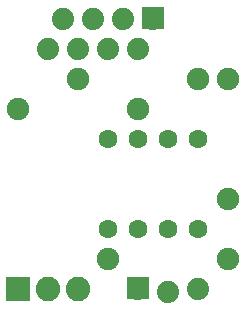
<source format=gtl>
G04 MADE WITH FRITZING*
G04 WWW.FRITZING.ORG*
G04 DOUBLE SIDED*
G04 HOLES PLATED*
G04 CONTOUR ON CENTER OF CONTOUR VECTOR*
%ASAXBY*%
%FSLAX23Y23*%
%MOIN*%
%OFA0B0*%
%SFA1.0B1.0*%
%ADD10C,0.074000*%
%ADD11C,0.063000*%
%ADD12C,0.082000*%
%ADD13C,0.075000*%
%ADD14R,0.082000X0.082000*%
%ADD15R,0.001000X0.001000*%
%LNCOPPER1*%
G90*
G70*
G54D10*
X233Y944D03*
X283Y1044D03*
X333Y944D03*
X433Y944D03*
X533Y944D03*
X383Y1044D03*
X483Y1044D03*
X583Y1044D03*
X233Y944D03*
X283Y1044D03*
X333Y944D03*
X433Y944D03*
X533Y944D03*
X383Y1044D03*
X483Y1044D03*
X583Y1044D03*
G54D11*
X433Y344D03*
X533Y344D03*
X633Y344D03*
X733Y344D03*
X733Y644D03*
X633Y644D03*
X533Y644D03*
X433Y644D03*
X433Y344D03*
X533Y344D03*
X633Y344D03*
X733Y344D03*
X733Y644D03*
X633Y644D03*
X533Y644D03*
X433Y644D03*
G54D12*
X133Y144D03*
X233Y144D03*
X333Y144D03*
G54D10*
X533Y144D03*
X633Y134D03*
X733Y144D03*
X533Y144D03*
X633Y134D03*
X733Y144D03*
G54D13*
X133Y744D03*
X533Y744D03*
X333Y844D03*
X733Y844D03*
X833Y844D03*
X833Y444D03*
X433Y244D03*
X833Y244D03*
G54D14*
X133Y144D03*
G54D15*
X545Y1081D02*
X618Y1081D01*
X545Y1080D02*
X618Y1080D01*
X545Y1079D02*
X618Y1079D01*
X545Y1078D02*
X618Y1078D01*
X545Y1077D02*
X618Y1077D01*
X545Y1076D02*
X618Y1076D01*
X545Y1075D02*
X618Y1075D01*
X545Y1074D02*
X618Y1074D01*
X545Y1073D02*
X618Y1073D01*
X545Y1072D02*
X618Y1072D01*
X545Y1071D02*
X618Y1071D01*
X545Y1070D02*
X618Y1070D01*
X545Y1069D02*
X618Y1069D01*
X545Y1068D02*
X618Y1068D01*
X545Y1067D02*
X618Y1067D01*
X545Y1066D02*
X618Y1066D01*
X545Y1065D02*
X618Y1065D01*
X545Y1064D02*
X579Y1064D01*
X584Y1064D02*
X618Y1064D01*
X545Y1063D02*
X575Y1063D01*
X589Y1063D02*
X618Y1063D01*
X545Y1062D02*
X572Y1062D01*
X591Y1062D02*
X618Y1062D01*
X545Y1061D02*
X571Y1061D01*
X593Y1061D02*
X618Y1061D01*
X545Y1060D02*
X569Y1060D01*
X594Y1060D02*
X618Y1060D01*
X545Y1059D02*
X568Y1059D01*
X595Y1059D02*
X618Y1059D01*
X545Y1058D02*
X567Y1058D01*
X596Y1058D02*
X618Y1058D01*
X545Y1057D02*
X566Y1057D01*
X597Y1057D02*
X618Y1057D01*
X545Y1056D02*
X565Y1056D01*
X598Y1056D02*
X618Y1056D01*
X545Y1055D02*
X565Y1055D01*
X599Y1055D02*
X618Y1055D01*
X545Y1054D02*
X564Y1054D01*
X599Y1054D02*
X618Y1054D01*
X545Y1053D02*
X564Y1053D01*
X600Y1053D02*
X618Y1053D01*
X545Y1052D02*
X563Y1052D01*
X600Y1052D02*
X618Y1052D01*
X545Y1051D02*
X563Y1051D01*
X601Y1051D02*
X618Y1051D01*
X545Y1050D02*
X562Y1050D01*
X601Y1050D02*
X618Y1050D01*
X545Y1049D02*
X562Y1049D01*
X601Y1049D02*
X618Y1049D01*
X545Y1048D02*
X562Y1048D01*
X602Y1048D02*
X618Y1048D01*
X545Y1047D02*
X562Y1047D01*
X602Y1047D02*
X618Y1047D01*
X545Y1046D02*
X562Y1046D01*
X602Y1046D02*
X618Y1046D01*
X545Y1045D02*
X562Y1045D01*
X602Y1045D02*
X618Y1045D01*
X545Y1044D02*
X562Y1044D01*
X602Y1044D02*
X618Y1044D01*
X545Y1043D02*
X562Y1043D01*
X602Y1043D02*
X618Y1043D01*
X545Y1042D02*
X562Y1042D01*
X602Y1042D02*
X618Y1042D01*
X545Y1041D02*
X562Y1041D01*
X602Y1041D02*
X618Y1041D01*
X545Y1040D02*
X562Y1040D01*
X601Y1040D02*
X618Y1040D01*
X545Y1039D02*
X562Y1039D01*
X601Y1039D02*
X618Y1039D01*
X545Y1038D02*
X563Y1038D01*
X601Y1038D02*
X618Y1038D01*
X545Y1037D02*
X563Y1037D01*
X600Y1037D02*
X618Y1037D01*
X545Y1036D02*
X564Y1036D01*
X600Y1036D02*
X618Y1036D01*
X545Y1035D02*
X564Y1035D01*
X599Y1035D02*
X618Y1035D01*
X545Y1034D02*
X565Y1034D01*
X599Y1034D02*
X618Y1034D01*
X545Y1033D02*
X565Y1033D01*
X598Y1033D02*
X618Y1033D01*
X545Y1032D02*
X566Y1032D01*
X597Y1032D02*
X618Y1032D01*
X545Y1031D02*
X567Y1031D01*
X596Y1031D02*
X618Y1031D01*
X545Y1030D02*
X568Y1030D01*
X595Y1030D02*
X618Y1030D01*
X545Y1029D02*
X569Y1029D01*
X594Y1029D02*
X618Y1029D01*
X545Y1028D02*
X571Y1028D01*
X593Y1028D02*
X618Y1028D01*
X545Y1027D02*
X572Y1027D01*
X591Y1027D02*
X618Y1027D01*
X545Y1026D02*
X575Y1026D01*
X589Y1026D02*
X618Y1026D01*
X545Y1025D02*
X580Y1025D01*
X584Y1025D02*
X618Y1025D01*
X545Y1024D02*
X618Y1024D01*
X545Y1023D02*
X618Y1023D01*
X545Y1022D02*
X618Y1022D01*
X545Y1021D02*
X618Y1021D01*
X545Y1020D02*
X618Y1020D01*
X545Y1019D02*
X618Y1019D01*
X545Y1018D02*
X618Y1018D01*
X545Y1017D02*
X618Y1017D01*
X545Y1016D02*
X618Y1016D01*
X545Y1015D02*
X618Y1015D01*
X545Y1014D02*
X618Y1014D01*
X545Y1013D02*
X618Y1013D01*
X545Y1012D02*
X618Y1012D01*
X545Y1011D02*
X618Y1011D01*
X545Y1010D02*
X618Y1010D01*
X545Y1009D02*
X618Y1009D01*
X545Y1008D02*
X618Y1008D01*
X496Y182D02*
X568Y182D01*
X495Y181D02*
X568Y181D01*
X495Y180D02*
X568Y180D01*
X495Y179D02*
X568Y179D01*
X495Y178D02*
X568Y178D01*
X495Y177D02*
X568Y177D01*
X495Y176D02*
X568Y176D01*
X495Y175D02*
X568Y175D01*
X495Y174D02*
X568Y174D01*
X495Y173D02*
X568Y173D01*
X495Y172D02*
X568Y172D01*
X495Y171D02*
X568Y171D01*
X495Y170D02*
X568Y170D01*
X495Y169D02*
X568Y169D01*
X495Y168D02*
X568Y168D01*
X495Y167D02*
X568Y167D01*
X495Y166D02*
X568Y166D01*
X495Y165D02*
X531Y165D01*
X533Y165D02*
X568Y165D01*
X495Y164D02*
X525Y164D01*
X538Y164D02*
X568Y164D01*
X495Y163D02*
X523Y163D01*
X541Y163D02*
X568Y163D01*
X495Y162D02*
X521Y162D01*
X543Y162D02*
X568Y162D01*
X495Y161D02*
X519Y161D01*
X544Y161D02*
X568Y161D01*
X495Y160D02*
X518Y160D01*
X545Y160D02*
X568Y160D01*
X495Y159D02*
X517Y159D01*
X547Y159D02*
X568Y159D01*
X495Y158D02*
X516Y158D01*
X547Y158D02*
X568Y158D01*
X495Y157D02*
X515Y157D01*
X548Y157D02*
X568Y157D01*
X495Y156D02*
X515Y156D01*
X549Y156D02*
X568Y156D01*
X495Y155D02*
X514Y155D01*
X549Y155D02*
X568Y155D01*
X495Y154D02*
X513Y154D01*
X550Y154D02*
X568Y154D01*
X495Y153D02*
X513Y153D01*
X551Y153D02*
X568Y153D01*
X495Y152D02*
X513Y152D01*
X551Y152D02*
X568Y152D01*
X495Y151D02*
X512Y151D01*
X551Y151D02*
X568Y151D01*
X495Y150D02*
X512Y150D01*
X552Y150D02*
X568Y150D01*
X495Y149D02*
X512Y149D01*
X552Y149D02*
X568Y149D01*
X495Y148D02*
X512Y148D01*
X552Y148D02*
X568Y148D01*
X495Y147D02*
X511Y147D01*
X552Y147D02*
X568Y147D01*
X495Y146D02*
X511Y146D01*
X552Y146D02*
X568Y146D01*
X495Y145D02*
X511Y145D01*
X552Y145D02*
X568Y145D01*
X495Y144D02*
X511Y144D01*
X552Y144D02*
X568Y144D01*
X495Y143D02*
X511Y143D01*
X552Y143D02*
X568Y143D01*
X495Y142D02*
X512Y142D01*
X552Y142D02*
X568Y142D01*
X495Y141D02*
X512Y141D01*
X552Y141D02*
X568Y141D01*
X495Y140D02*
X512Y140D01*
X551Y140D02*
X568Y140D01*
X495Y139D02*
X512Y139D01*
X551Y139D02*
X568Y139D01*
X495Y138D02*
X513Y138D01*
X551Y138D02*
X568Y138D01*
X495Y137D02*
X513Y137D01*
X550Y137D02*
X568Y137D01*
X495Y136D02*
X514Y136D01*
X550Y136D02*
X568Y136D01*
X495Y135D02*
X514Y135D01*
X549Y135D02*
X568Y135D01*
X495Y134D02*
X515Y134D01*
X549Y134D02*
X568Y134D01*
X495Y133D02*
X515Y133D01*
X548Y133D02*
X568Y133D01*
X495Y132D02*
X516Y132D01*
X547Y132D02*
X568Y132D01*
X495Y131D02*
X517Y131D01*
X546Y131D02*
X568Y131D01*
X495Y130D02*
X518Y130D01*
X545Y130D02*
X568Y130D01*
X495Y129D02*
X519Y129D01*
X544Y129D02*
X568Y129D01*
X495Y128D02*
X521Y128D01*
X542Y128D02*
X568Y128D01*
X495Y127D02*
X523Y127D01*
X541Y127D02*
X568Y127D01*
X495Y126D02*
X526Y126D01*
X538Y126D02*
X568Y126D01*
X495Y125D02*
X568Y125D01*
X495Y124D02*
X568Y124D01*
X495Y123D02*
X568Y123D01*
X495Y122D02*
X568Y122D01*
X495Y121D02*
X568Y121D01*
X495Y120D02*
X568Y120D01*
X495Y119D02*
X568Y119D01*
X495Y118D02*
X568Y118D01*
X495Y117D02*
X568Y117D01*
X495Y116D02*
X568Y116D01*
X495Y115D02*
X568Y115D01*
X495Y114D02*
X568Y114D01*
X495Y113D02*
X568Y113D01*
X495Y112D02*
X568Y112D01*
X495Y111D02*
X568Y111D01*
X495Y110D02*
X568Y110D01*
X495Y109D02*
X568Y109D01*
D02*
G04 End of Copper1*
M02*
</source>
